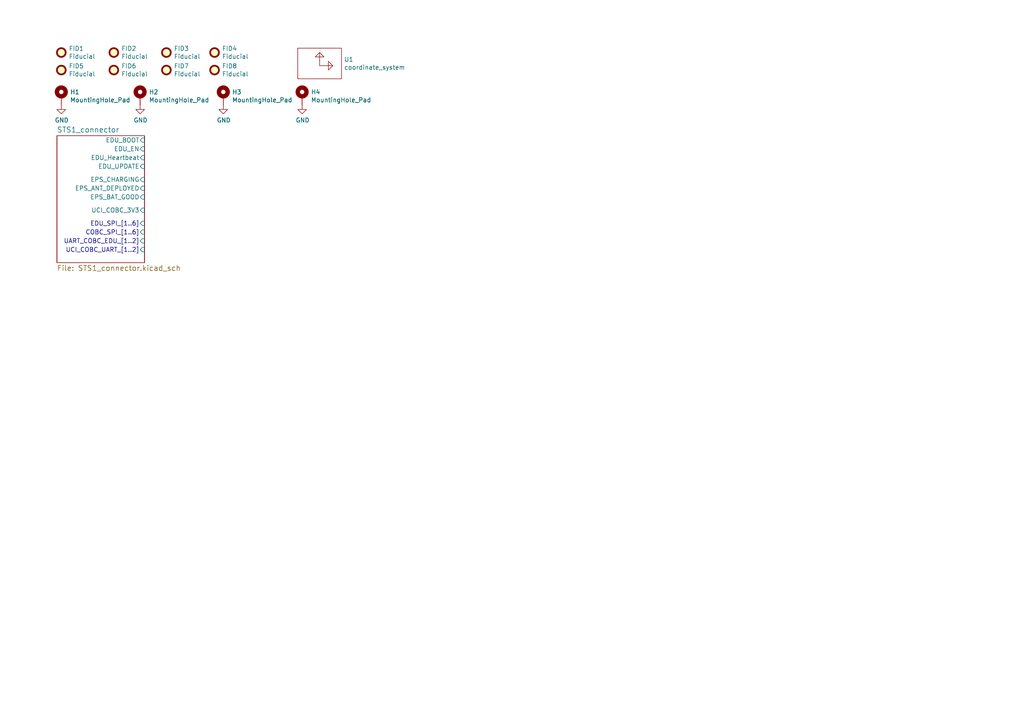
<source format=kicad_sch>
(kicad_sch (version 20211123) (generator eeschema)
  (paper "A4")
  (title_block (title "STS1 template") (date "21.02.2021") (rev "1.0") (company "TU Wien Space Team"))
  (lib_symbols
    (symbol "Mechanical:Fiducial"
      (property "Reference" "FID" (at 0 5.08 0))
      (property "Value" "Fiducial" (at 0 3.175 0))
      (symbol "Fiducial_0_1"
        (circle (center 0 0) (radius 1.27) (stroke (width 0.508)) (fill (type background)))
      )
    )
    (symbol "Mechanical:MountingHole_Pad" (pin_numbers hide) (pin_names (offset 1.016) hide)
      (property "Reference" "H" (at 0 6.35 0))
      (property "Value" "MountingHole_Pad" (at 0 4.445 0))
      (symbol "MountingHole_Pad_0_1"
        (circle (center 0 1.27) (radius 1.27) (stroke (width 1.27)))
      )
      (symbol "MountingHole_Pad_1_1"
        (pin input line (at 0 -2.54 90) (length 2.54) (name "1") (number "1"))
      )
    )
    (symbol "STS1_template-rescue:coordinate_system-STS-con" (pin_names (offset 1.016))
      (property "Reference" "U" (at -5.08 6.35 0))
      (property "Value" "coordinate_system-STS-con" (at -1.27 -5.08 0))
      (symbol "coordinate_system-STS-con_0_1"
        (rectangle (start -6.35 5.08) (end 6.35 -3.81))
        (polyline (pts (xy 0 0) (xy 0 3.81)))
        (polyline (pts (xy 0 0) (xy 3.81 0)))
        (polyline (pts (xy 0 3.81) (xy -1.27 2.54) (xy 1.27 2.54) (xy 0 3.81)))
        (polyline (pts (xy 3.81 0) (xy 2.54 1.27) (xy 2.54 -1.27) (xy 3.81 0)))
      )
    )
    (symbol "power:GND" (power) (pin_names (offset 0))
      (property "Value" "GND" (at 0 -3.81 0))
      (symbol "GND_0_1"
        (polyline (pts (xy 0 0) (xy 0 -1.27) (xy 1.27 -1.27) (xy 0 -2.54) (xy -1.27 -1.27) (xy 0 -1.27)))
      )
      (symbol "GND_1_1"
        (pin power_in line (at 0 0 270) (length 0) hide (name "GND") (number "1"))
      )
    )
  )
  (symbol (lib_id "Mechanical:Fiducial") (at 17.78 15.24 0) (unit 1)
    (property "Reference" "FID1" (at 19.939 14.0716 0) (effects (justify left)))
    (property "Value" "Fiducial" (at 19.939 16.383 0) (effects (justify left)))
    (property "Footprint" "Fiducial:Fiducial_0.75mm_Mask1.5mm" (effects hide))
  )
  (symbol (lib_id "Mechanical:Fiducial") (at 33.02 15.24 0) (unit 1)
    (property "Reference" "FID2" (at 35.179 14.0716 0) (effects (justify left)))
    (property "Value" "Fiducial" (at 35.179 16.383 0) (effects (justify left)))
    (property "Footprint" "Fiducial:Fiducial_0.75mm_Mask1.5mm" (effects hide))
  )
  (symbol (lib_id "Mechanical:Fiducial") (at 48.26 15.24 0) (unit 1)
    (property "Reference" "FID3" (at 50.419 14.0716 0) (effects (justify left)))
    (property "Value" "Fiducial" (at 50.419 16.383 0) (effects (justify left)))
    (property "Footprint" "Fiducial:Fiducial_0.75mm_Mask1.5mm" (effects hide))
  )
  (symbol (lib_id "Mechanical:Fiducial") (at 62.23 15.24 0) (unit 1)
    (property "Reference" "FID4" (at 64.389 14.0716 0) (effects (justify left)))
    (property "Value" "Fiducial" (at 64.389 16.383 0) (effects (justify left)))
    (property "Footprint" "Fiducial:Fiducial_0.75mm_Mask1.5mm" (effects hide))
  )
  (symbol (lib_id "Mechanical:MountingHole_Pad") (at 17.78 27.94 0) (unit 1)
    (property "Reference" "H1" (at 20.32 26.6954 0) (effects (justify left)))
    (property "Value" "MountingHole_Pad" (at 20.32 29.0068 0) (effects (justify left)))
    (property "Footprint" "MountingHole:MountingHole_4.3mm_M4_Pad_Via" (effects hide))
  )
  (symbol (lib_id "Mechanical:MountingHole_Pad") (at 40.64 27.94 0) (unit 1)
    (property "Reference" "H2" (at 43.18 26.6954 0) (effects (justify left)))
    (property "Value" "MountingHole_Pad" (at 43.18 29.0068 0) (effects (justify left)))
    (property "Footprint" "MountingHole:MountingHole_4.3mm_M4_Pad_Via" (effects hide))
  )
  (symbol (lib_id "Mechanical:MountingHole_Pad") (at 64.77 27.94 0) (unit 1)
    (property "Reference" "H3" (at 67.31 26.6954 0) (effects (justify left)))
    (property "Value" "MountingHole_Pad" (at 67.31 29.0068 0) (effects (justify left)))
    (property "Footprint" "MountingHole:MountingHole_4.3mm_M4_Pad_Via" (effects hide))
  )
  (symbol (lib_id "Mechanical:MountingHole_Pad") (at 87.63 27.94 0) (unit 1)
    (property "Reference" "H4" (at 90.17 26.6954 0) (effects (justify left)))
    (property "Value" "MountingHole_Pad" (at 90.17 29.0068 0) (effects (justify left)))
    (property "Footprint" "MountingHole:MountingHole_4.3mm_M4_Pad_Via" (effects hide))
  )
  (symbol (lib_id "power:GND") (at 87.63 30.48 0) (unit 1)
    (property "Reference" "#PWR0101" (effects hide))
    (property "Value" "GND" (at 87.757 34.8742 0))
  )
  (symbol (lib_id "power:GND") (at 64.77 30.48 0) (unit 1)
    (property "Reference" "#PWR0102" (effects hide))
    (property "Value" "GND" (at 64.897 34.8742 0))
  )
  (symbol (lib_id "power:GND") (at 40.64 30.48 0) (unit 1)
    (property "Reference" "#PWR0103" (effects hide))
    (property "Value" "GND" (at 40.767 34.8742 0))
  )
  (symbol (lib_id "power:GND") (at 17.78 30.48 0) (unit 1)
    (property "Reference" "#PWR0104" (effects hide))
    (property "Value" "GND" (at 17.907 34.8742 0))
  )
  (symbol (lib_id "STS1_template-rescue:coordinate_system-STS-con") (at 92.71 19.05 0) (unit 1)
    (property "Reference" "U1" (at 99.7712 17.2466 0) (effects (justify left)))
    (property "Value" "coordinate_system" (at 99.7712 19.558 0) (effects (justify left)))
    (property "Footprint" "STS:Coordinates" (effects hide))
  )
  (symbol (lib_id "Mechanical:Fiducial") (at 17.78 20.32 0) (unit 1)
    (property "Reference" "FID5" (at 19.939 19.1516 0) (effects (justify left)))
    (property "Value" "Fiducial" (at 19.939 21.463 0) (effects (justify left)))
    (property "Footprint" "Fiducial:Fiducial_0.75mm_Mask1.5mm" (effects hide))
  )
  (symbol (lib_id "Mechanical:Fiducial") (at 33.02 20.32 0) (unit 1)
    (property "Reference" "FID6" (at 35.179 19.1516 0) (effects (justify left)))
    (property "Value" "Fiducial" (at 35.179 21.463 0) (effects (justify left)))
    (property "Footprint" "Fiducial:Fiducial_0.75mm_Mask1.5mm" (effects hide))
  )
  (symbol (lib_id "Mechanical:Fiducial") (at 48.26 20.32 0) (unit 1)
    (property "Reference" "FID7" (at 50.419 19.1516 0) (effects (justify left)))
    (property "Value" "Fiducial" (at 50.419 21.463 0) (effects (justify left)))
    (property "Footprint" "Fiducial:Fiducial_0.75mm_Mask1.5mm" (effects hide))
  )
  (symbol (lib_id "Mechanical:Fiducial") (at 62.23 20.32 0) (unit 1)
    (property "Reference" "FID8" (at 64.389 19.1516 0) (effects (justify left)))
    (property "Value" "Fiducial" (at 64.389 21.463 0) (effects (justify left)))
    (property "Footprint" "Fiducial:Fiducial_0.75mm_Mask1.5mm" (effects hide))
  )
  (sheet (at 16.51 39.37) (size 25.4 36.83)
    (property "Sheet name" "STS1_connector" (at 16.51 38.5314 0) (effects (font (size 1.524 1.524)) (justify left bottom)))
    (property "Sheet file" "STS1_connector.kicad_sch" (at 16.51 76.8862 0) (effects (font (size 1.524 1.524)) (justify left top)))
    (pin "EDU_Heartbeat" input (at 41.91 45.72 0))
    (pin "EDU_EN" input (at 41.91 43.18 0))
    (pin "EDU_UPDATE" input (at 41.91 48.26 0))
    (pin "EDU_SPI_[1..6]" input (at 41.91 64.77 0))
    (pin "EPS_CHARGING" input (at 41.91 52.07 0))
    (pin "EPS_ANT_DEPLOYED" input (at 41.91 54.61 0))
    (pin "EPS_BAT_GOOD" input (at 41.91 57.15 0))
    (pin "UCI_COBC_3V3" input (at 41.91 60.96 0))
    (pin "UCI_COBC_UART_[1..2]" input (at 41.91 72.39 0))
    (pin "COBC_SPI_[1..6]" input (at 41.91 67.31 0))
    (pin "UART_COBC_EDU_[1..2]" input (at 41.91 69.85 0))
    (pin "EDU_BOOT" input (at 41.91 40.64 0))
  )
)
</source>
